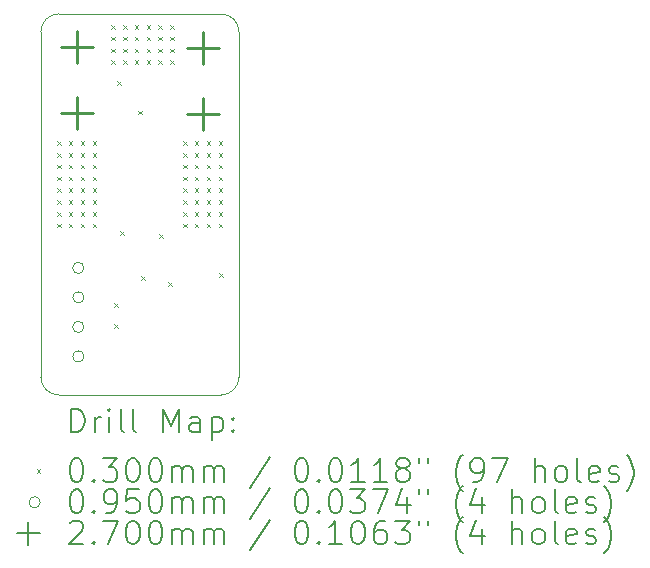
<source format=gbr>
%TF.GenerationSoftware,KiCad,Pcbnew,7.0.8*%
%TF.CreationDate,2024-04-19T19:22:34-04:00*%
%TF.ProjectId,PMB,504d422e-6b69-4636-9164-5f7063625858,rev?*%
%TF.SameCoordinates,Original*%
%TF.FileFunction,Drillmap*%
%TF.FilePolarity,Positive*%
%FSLAX45Y45*%
G04 Gerber Fmt 4.5, Leading zero omitted, Abs format (unit mm)*
G04 Created by KiCad (PCBNEW 7.0.8) date 2024-04-19 19:22:34*
%MOMM*%
%LPD*%
G01*
G04 APERTURE LIST*
%ADD10C,0.100000*%
%ADD11C,0.200000*%
%ADD12C,0.030000*%
%ADD13C,0.095000*%
%ADD14C,0.270000*%
G04 APERTURE END LIST*
D10*
X16385400Y-11150600D02*
G75*
G03*
X16535400Y-11000600I0J150000D01*
G01*
X16535400Y-8074800D02*
G75*
G03*
X16385400Y-7924800I-150000J0D01*
G01*
X16535400Y-8074800D02*
X16535400Y-11000600D01*
X14859000Y-11000600D02*
G75*
G03*
X15009000Y-11150600I150000J0D01*
G01*
X16385400Y-11150600D02*
X15009000Y-11150600D01*
X15009000Y-7924800D02*
G75*
G03*
X14859000Y-8074800I0J-150000D01*
G01*
X15009000Y-7924800D02*
X16385400Y-7924800D01*
X14859000Y-11000600D02*
X14859000Y-8074800D01*
D11*
D12*
X14996400Y-9002000D02*
X15026400Y-9032000D01*
X15026400Y-9002000D02*
X14996400Y-9032000D01*
X14996400Y-9102000D02*
X15026400Y-9132000D01*
X15026400Y-9102000D02*
X14996400Y-9132000D01*
X14996400Y-9202000D02*
X15026400Y-9232000D01*
X15026400Y-9202000D02*
X14996400Y-9232000D01*
X14996400Y-9302000D02*
X15026400Y-9332000D01*
X15026400Y-9302000D02*
X14996400Y-9332000D01*
X14996400Y-9402000D02*
X15026400Y-9432000D01*
X15026400Y-9402000D02*
X14996400Y-9432000D01*
X14996400Y-9502000D02*
X15026400Y-9532000D01*
X15026400Y-9502000D02*
X14996400Y-9532000D01*
X14996400Y-9602000D02*
X15026400Y-9632000D01*
X15026400Y-9602000D02*
X14996400Y-9632000D01*
X14996400Y-9702000D02*
X15026400Y-9732000D01*
X15026400Y-9702000D02*
X14996400Y-9732000D01*
X15096400Y-9002000D02*
X15126400Y-9032000D01*
X15126400Y-9002000D02*
X15096400Y-9032000D01*
X15096400Y-9102000D02*
X15126400Y-9132000D01*
X15126400Y-9102000D02*
X15096400Y-9132000D01*
X15096400Y-9202000D02*
X15126400Y-9232000D01*
X15126400Y-9202000D02*
X15096400Y-9232000D01*
X15096400Y-9302000D02*
X15126400Y-9332000D01*
X15126400Y-9302000D02*
X15096400Y-9332000D01*
X15096400Y-9402000D02*
X15126400Y-9432000D01*
X15126400Y-9402000D02*
X15096400Y-9432000D01*
X15096400Y-9502000D02*
X15126400Y-9532000D01*
X15126400Y-9502000D02*
X15096400Y-9532000D01*
X15096400Y-9602000D02*
X15126400Y-9632000D01*
X15126400Y-9602000D02*
X15096400Y-9632000D01*
X15096400Y-9702000D02*
X15126400Y-9732000D01*
X15126400Y-9702000D02*
X15096400Y-9732000D01*
X15196400Y-9002000D02*
X15226400Y-9032000D01*
X15226400Y-9002000D02*
X15196400Y-9032000D01*
X15196400Y-9102000D02*
X15226400Y-9132000D01*
X15226400Y-9102000D02*
X15196400Y-9132000D01*
X15196400Y-9202000D02*
X15226400Y-9232000D01*
X15226400Y-9202000D02*
X15196400Y-9232000D01*
X15196400Y-9302000D02*
X15226400Y-9332000D01*
X15226400Y-9302000D02*
X15196400Y-9332000D01*
X15196400Y-9402000D02*
X15226400Y-9432000D01*
X15226400Y-9402000D02*
X15196400Y-9432000D01*
X15196400Y-9502000D02*
X15226400Y-9532000D01*
X15226400Y-9502000D02*
X15196400Y-9532000D01*
X15196400Y-9602000D02*
X15226400Y-9632000D01*
X15226400Y-9602000D02*
X15196400Y-9632000D01*
X15196400Y-9702000D02*
X15226400Y-9732000D01*
X15226400Y-9702000D02*
X15196400Y-9732000D01*
X15296400Y-9002000D02*
X15326400Y-9032000D01*
X15326400Y-9002000D02*
X15296400Y-9032000D01*
X15296400Y-9102000D02*
X15326400Y-9132000D01*
X15326400Y-9102000D02*
X15296400Y-9132000D01*
X15296400Y-9202000D02*
X15326400Y-9232000D01*
X15326400Y-9202000D02*
X15296400Y-9232000D01*
X15296400Y-9302000D02*
X15326400Y-9332000D01*
X15326400Y-9302000D02*
X15296400Y-9332000D01*
X15296400Y-9402000D02*
X15326400Y-9432000D01*
X15326400Y-9402000D02*
X15296400Y-9432000D01*
X15296400Y-9502000D02*
X15326400Y-9532000D01*
X15326400Y-9502000D02*
X15296400Y-9532000D01*
X15296400Y-9602000D02*
X15326400Y-9632000D01*
X15326400Y-9602000D02*
X15296400Y-9632000D01*
X15296400Y-9702000D02*
X15326400Y-9732000D01*
X15326400Y-9702000D02*
X15296400Y-9732000D01*
X15454342Y-8018791D02*
X15484342Y-8048791D01*
X15484342Y-8018791D02*
X15454342Y-8048791D01*
X15454342Y-8118791D02*
X15484342Y-8148791D01*
X15484342Y-8118791D02*
X15454342Y-8148791D01*
X15454342Y-8218791D02*
X15484342Y-8248791D01*
X15484342Y-8218791D02*
X15454342Y-8248791D01*
X15454342Y-8318791D02*
X15484342Y-8348791D01*
X15484342Y-8318791D02*
X15454342Y-8348791D01*
X15479000Y-10373600D02*
X15509000Y-10403600D01*
X15509000Y-10373600D02*
X15479000Y-10403600D01*
X15479000Y-10551400D02*
X15509000Y-10581400D01*
X15509000Y-10551400D02*
X15479000Y-10581400D01*
X15504400Y-8494000D02*
X15534400Y-8524000D01*
X15534400Y-8494000D02*
X15504400Y-8524000D01*
X15529800Y-9764000D02*
X15559800Y-9794000D01*
X15559800Y-9764000D02*
X15529800Y-9794000D01*
X15554342Y-8018791D02*
X15584342Y-8048791D01*
X15584342Y-8018791D02*
X15554342Y-8048791D01*
X15554342Y-8118791D02*
X15584342Y-8148791D01*
X15584342Y-8118791D02*
X15554342Y-8148791D01*
X15554342Y-8218791D02*
X15584342Y-8248791D01*
X15584342Y-8218791D02*
X15554342Y-8248791D01*
X15554342Y-8318791D02*
X15584342Y-8348791D01*
X15584342Y-8318791D02*
X15554342Y-8348791D01*
X15654342Y-8018791D02*
X15684342Y-8048791D01*
X15684342Y-8018791D02*
X15654342Y-8048791D01*
X15654342Y-8118791D02*
X15684342Y-8148791D01*
X15684342Y-8118791D02*
X15654342Y-8148791D01*
X15654342Y-8218791D02*
X15684342Y-8248791D01*
X15684342Y-8218791D02*
X15654342Y-8248791D01*
X15654342Y-8318791D02*
X15684342Y-8348791D01*
X15684342Y-8318791D02*
X15654342Y-8348791D01*
X15682200Y-8745362D02*
X15712200Y-8775362D01*
X15712200Y-8745362D02*
X15682200Y-8775362D01*
X15707600Y-10145000D02*
X15737600Y-10175000D01*
X15737600Y-10145000D02*
X15707600Y-10175000D01*
X15754342Y-8018791D02*
X15784342Y-8048791D01*
X15784342Y-8018791D02*
X15754342Y-8048791D01*
X15754342Y-8118791D02*
X15784342Y-8148791D01*
X15784342Y-8118791D02*
X15754342Y-8148791D01*
X15754342Y-8218791D02*
X15784342Y-8248791D01*
X15784342Y-8218791D02*
X15754342Y-8248791D01*
X15754342Y-8318791D02*
X15784342Y-8348791D01*
X15784342Y-8318791D02*
X15754342Y-8348791D01*
X15854342Y-8018791D02*
X15884342Y-8048791D01*
X15884342Y-8018791D02*
X15854342Y-8048791D01*
X15854342Y-8118791D02*
X15884342Y-8148791D01*
X15884342Y-8118791D02*
X15854342Y-8148791D01*
X15854342Y-8218791D02*
X15884342Y-8248791D01*
X15884342Y-8218791D02*
X15854342Y-8248791D01*
X15854342Y-8318791D02*
X15884342Y-8348791D01*
X15884342Y-8318791D02*
X15854342Y-8348791D01*
X15860000Y-9789400D02*
X15890000Y-9819400D01*
X15890000Y-9789400D02*
X15860000Y-9819400D01*
X15936200Y-10195800D02*
X15966200Y-10225800D01*
X15966200Y-10195800D02*
X15936200Y-10225800D01*
X15954342Y-8018791D02*
X15984342Y-8048791D01*
X15984342Y-8018791D02*
X15954342Y-8048791D01*
X15954342Y-8118791D02*
X15984342Y-8148791D01*
X15984342Y-8118791D02*
X15954342Y-8148791D01*
X15954342Y-8218791D02*
X15984342Y-8248791D01*
X15984342Y-8218791D02*
X15954342Y-8248791D01*
X15954342Y-8318791D02*
X15984342Y-8348791D01*
X15984342Y-8318791D02*
X15954342Y-8348791D01*
X16063200Y-9002000D02*
X16093200Y-9032000D01*
X16093200Y-9002000D02*
X16063200Y-9032000D01*
X16063200Y-9102000D02*
X16093200Y-9132000D01*
X16093200Y-9102000D02*
X16063200Y-9132000D01*
X16063200Y-9202000D02*
X16093200Y-9232000D01*
X16093200Y-9202000D02*
X16063200Y-9232000D01*
X16063200Y-9302000D02*
X16093200Y-9332000D01*
X16093200Y-9302000D02*
X16063200Y-9332000D01*
X16063200Y-9402000D02*
X16093200Y-9432000D01*
X16093200Y-9402000D02*
X16063200Y-9432000D01*
X16063200Y-9502000D02*
X16093200Y-9532000D01*
X16093200Y-9502000D02*
X16063200Y-9532000D01*
X16063200Y-9602000D02*
X16093200Y-9632000D01*
X16093200Y-9602000D02*
X16063200Y-9632000D01*
X16063200Y-9702000D02*
X16093200Y-9732000D01*
X16093200Y-9702000D02*
X16063200Y-9732000D01*
X16163200Y-9002000D02*
X16193200Y-9032000D01*
X16193200Y-9002000D02*
X16163200Y-9032000D01*
X16163200Y-9102000D02*
X16193200Y-9132000D01*
X16193200Y-9102000D02*
X16163200Y-9132000D01*
X16163200Y-9202000D02*
X16193200Y-9232000D01*
X16193200Y-9202000D02*
X16163200Y-9232000D01*
X16163200Y-9302000D02*
X16193200Y-9332000D01*
X16193200Y-9302000D02*
X16163200Y-9332000D01*
X16163200Y-9402000D02*
X16193200Y-9432000D01*
X16193200Y-9402000D02*
X16163200Y-9432000D01*
X16163200Y-9502000D02*
X16193200Y-9532000D01*
X16193200Y-9502000D02*
X16163200Y-9532000D01*
X16163200Y-9602000D02*
X16193200Y-9632000D01*
X16193200Y-9602000D02*
X16163200Y-9632000D01*
X16163200Y-9702000D02*
X16193200Y-9732000D01*
X16193200Y-9702000D02*
X16163200Y-9732000D01*
X16263200Y-9002000D02*
X16293200Y-9032000D01*
X16293200Y-9002000D02*
X16263200Y-9032000D01*
X16263200Y-9102000D02*
X16293200Y-9132000D01*
X16293200Y-9102000D02*
X16263200Y-9132000D01*
X16263200Y-9202000D02*
X16293200Y-9232000D01*
X16293200Y-9202000D02*
X16263200Y-9232000D01*
X16263200Y-9302000D02*
X16293200Y-9332000D01*
X16293200Y-9302000D02*
X16263200Y-9332000D01*
X16263200Y-9402000D02*
X16293200Y-9432000D01*
X16293200Y-9402000D02*
X16263200Y-9432000D01*
X16263200Y-9502000D02*
X16293200Y-9532000D01*
X16293200Y-9502000D02*
X16263200Y-9532000D01*
X16263200Y-9602000D02*
X16293200Y-9632000D01*
X16293200Y-9602000D02*
X16263200Y-9632000D01*
X16263200Y-9702000D02*
X16293200Y-9732000D01*
X16293200Y-9702000D02*
X16263200Y-9732000D01*
X16363200Y-9002000D02*
X16393200Y-9032000D01*
X16393200Y-9002000D02*
X16363200Y-9032000D01*
X16363200Y-9102000D02*
X16393200Y-9132000D01*
X16393200Y-9102000D02*
X16363200Y-9132000D01*
X16363200Y-9202000D02*
X16393200Y-9232000D01*
X16393200Y-9202000D02*
X16363200Y-9232000D01*
X16363200Y-9302000D02*
X16393200Y-9332000D01*
X16393200Y-9302000D02*
X16363200Y-9332000D01*
X16363200Y-9402000D02*
X16393200Y-9432000D01*
X16393200Y-9402000D02*
X16363200Y-9432000D01*
X16363200Y-9502000D02*
X16393200Y-9532000D01*
X16393200Y-9502000D02*
X16363200Y-9532000D01*
X16363200Y-9602000D02*
X16393200Y-9632000D01*
X16393200Y-9602000D02*
X16363200Y-9632000D01*
X16363200Y-9702000D02*
X16393200Y-9732000D01*
X16393200Y-9702000D02*
X16363200Y-9732000D01*
X16368000Y-10119600D02*
X16398000Y-10149600D01*
X16398000Y-10119600D02*
X16368000Y-10149600D01*
D13*
X15223455Y-10074581D02*
G75*
G03*
X15223455Y-10074581I-47500J0D01*
G01*
X15223455Y-10324581D02*
G75*
G03*
X15223455Y-10324581I-47500J0D01*
G01*
X15223455Y-10574581D02*
G75*
G03*
X15223455Y-10574581I-47500J0D01*
G01*
X15223455Y-10824581D02*
G75*
G03*
X15223455Y-10824581I-47500J0D01*
G01*
D14*
X15163800Y-8069200D02*
X15163800Y-8339200D01*
X15028800Y-8204200D02*
X15298800Y-8204200D01*
X15163800Y-8628000D02*
X15163800Y-8898000D01*
X15028800Y-8763000D02*
X15298800Y-8763000D01*
X16230712Y-8075419D02*
X16230712Y-8345419D01*
X16095712Y-8210419D02*
X16365712Y-8210419D01*
X16230712Y-8634219D02*
X16230712Y-8904219D01*
X16095712Y-8769219D02*
X16365712Y-8769219D01*
D11*
X15114777Y-11467084D02*
X15114777Y-11267084D01*
X15114777Y-11267084D02*
X15162396Y-11267084D01*
X15162396Y-11267084D02*
X15190967Y-11276608D01*
X15190967Y-11276608D02*
X15210015Y-11295655D01*
X15210015Y-11295655D02*
X15219539Y-11314703D01*
X15219539Y-11314703D02*
X15229062Y-11352798D01*
X15229062Y-11352798D02*
X15229062Y-11381369D01*
X15229062Y-11381369D02*
X15219539Y-11419465D01*
X15219539Y-11419465D02*
X15210015Y-11438512D01*
X15210015Y-11438512D02*
X15190967Y-11457560D01*
X15190967Y-11457560D02*
X15162396Y-11467084D01*
X15162396Y-11467084D02*
X15114777Y-11467084D01*
X15314777Y-11467084D02*
X15314777Y-11333750D01*
X15314777Y-11371846D02*
X15324301Y-11352798D01*
X15324301Y-11352798D02*
X15333824Y-11343274D01*
X15333824Y-11343274D02*
X15352872Y-11333750D01*
X15352872Y-11333750D02*
X15371920Y-11333750D01*
X15438586Y-11467084D02*
X15438586Y-11333750D01*
X15438586Y-11267084D02*
X15429062Y-11276608D01*
X15429062Y-11276608D02*
X15438586Y-11286131D01*
X15438586Y-11286131D02*
X15448110Y-11276608D01*
X15448110Y-11276608D02*
X15438586Y-11267084D01*
X15438586Y-11267084D02*
X15438586Y-11286131D01*
X15562396Y-11467084D02*
X15543348Y-11457560D01*
X15543348Y-11457560D02*
X15533824Y-11438512D01*
X15533824Y-11438512D02*
X15533824Y-11267084D01*
X15667158Y-11467084D02*
X15648110Y-11457560D01*
X15648110Y-11457560D02*
X15638586Y-11438512D01*
X15638586Y-11438512D02*
X15638586Y-11267084D01*
X15895729Y-11467084D02*
X15895729Y-11267084D01*
X15895729Y-11267084D02*
X15962396Y-11409941D01*
X15962396Y-11409941D02*
X16029062Y-11267084D01*
X16029062Y-11267084D02*
X16029062Y-11467084D01*
X16210015Y-11467084D02*
X16210015Y-11362322D01*
X16210015Y-11362322D02*
X16200491Y-11343274D01*
X16200491Y-11343274D02*
X16181443Y-11333750D01*
X16181443Y-11333750D02*
X16143348Y-11333750D01*
X16143348Y-11333750D02*
X16124301Y-11343274D01*
X16210015Y-11457560D02*
X16190967Y-11467084D01*
X16190967Y-11467084D02*
X16143348Y-11467084D01*
X16143348Y-11467084D02*
X16124301Y-11457560D01*
X16124301Y-11457560D02*
X16114777Y-11438512D01*
X16114777Y-11438512D02*
X16114777Y-11419465D01*
X16114777Y-11419465D02*
X16124301Y-11400417D01*
X16124301Y-11400417D02*
X16143348Y-11390893D01*
X16143348Y-11390893D02*
X16190967Y-11390893D01*
X16190967Y-11390893D02*
X16210015Y-11381369D01*
X16305253Y-11333750D02*
X16305253Y-11533750D01*
X16305253Y-11343274D02*
X16324301Y-11333750D01*
X16324301Y-11333750D02*
X16362396Y-11333750D01*
X16362396Y-11333750D02*
X16381443Y-11343274D01*
X16381443Y-11343274D02*
X16390967Y-11352798D01*
X16390967Y-11352798D02*
X16400491Y-11371846D01*
X16400491Y-11371846D02*
X16400491Y-11428988D01*
X16400491Y-11428988D02*
X16390967Y-11448036D01*
X16390967Y-11448036D02*
X16381443Y-11457560D01*
X16381443Y-11457560D02*
X16362396Y-11467084D01*
X16362396Y-11467084D02*
X16324301Y-11467084D01*
X16324301Y-11467084D02*
X16305253Y-11457560D01*
X16486205Y-11448036D02*
X16495729Y-11457560D01*
X16495729Y-11457560D02*
X16486205Y-11467084D01*
X16486205Y-11467084D02*
X16476682Y-11457560D01*
X16476682Y-11457560D02*
X16486205Y-11448036D01*
X16486205Y-11448036D02*
X16486205Y-11467084D01*
X16486205Y-11343274D02*
X16495729Y-11352798D01*
X16495729Y-11352798D02*
X16486205Y-11362322D01*
X16486205Y-11362322D02*
X16476682Y-11352798D01*
X16476682Y-11352798D02*
X16486205Y-11343274D01*
X16486205Y-11343274D02*
X16486205Y-11362322D01*
D12*
X14824000Y-11780600D02*
X14854000Y-11810600D01*
X14854000Y-11780600D02*
X14824000Y-11810600D01*
D11*
X15152872Y-11687084D02*
X15171920Y-11687084D01*
X15171920Y-11687084D02*
X15190967Y-11696608D01*
X15190967Y-11696608D02*
X15200491Y-11706131D01*
X15200491Y-11706131D02*
X15210015Y-11725179D01*
X15210015Y-11725179D02*
X15219539Y-11763274D01*
X15219539Y-11763274D02*
X15219539Y-11810893D01*
X15219539Y-11810893D02*
X15210015Y-11848988D01*
X15210015Y-11848988D02*
X15200491Y-11868036D01*
X15200491Y-11868036D02*
X15190967Y-11877560D01*
X15190967Y-11877560D02*
X15171920Y-11887084D01*
X15171920Y-11887084D02*
X15152872Y-11887084D01*
X15152872Y-11887084D02*
X15133824Y-11877560D01*
X15133824Y-11877560D02*
X15124301Y-11868036D01*
X15124301Y-11868036D02*
X15114777Y-11848988D01*
X15114777Y-11848988D02*
X15105253Y-11810893D01*
X15105253Y-11810893D02*
X15105253Y-11763274D01*
X15105253Y-11763274D02*
X15114777Y-11725179D01*
X15114777Y-11725179D02*
X15124301Y-11706131D01*
X15124301Y-11706131D02*
X15133824Y-11696608D01*
X15133824Y-11696608D02*
X15152872Y-11687084D01*
X15305253Y-11868036D02*
X15314777Y-11877560D01*
X15314777Y-11877560D02*
X15305253Y-11887084D01*
X15305253Y-11887084D02*
X15295729Y-11877560D01*
X15295729Y-11877560D02*
X15305253Y-11868036D01*
X15305253Y-11868036D02*
X15305253Y-11887084D01*
X15381443Y-11687084D02*
X15505253Y-11687084D01*
X15505253Y-11687084D02*
X15438586Y-11763274D01*
X15438586Y-11763274D02*
X15467158Y-11763274D01*
X15467158Y-11763274D02*
X15486205Y-11772798D01*
X15486205Y-11772798D02*
X15495729Y-11782322D01*
X15495729Y-11782322D02*
X15505253Y-11801369D01*
X15505253Y-11801369D02*
X15505253Y-11848988D01*
X15505253Y-11848988D02*
X15495729Y-11868036D01*
X15495729Y-11868036D02*
X15486205Y-11877560D01*
X15486205Y-11877560D02*
X15467158Y-11887084D01*
X15467158Y-11887084D02*
X15410015Y-11887084D01*
X15410015Y-11887084D02*
X15390967Y-11877560D01*
X15390967Y-11877560D02*
X15381443Y-11868036D01*
X15629062Y-11687084D02*
X15648110Y-11687084D01*
X15648110Y-11687084D02*
X15667158Y-11696608D01*
X15667158Y-11696608D02*
X15676682Y-11706131D01*
X15676682Y-11706131D02*
X15686205Y-11725179D01*
X15686205Y-11725179D02*
X15695729Y-11763274D01*
X15695729Y-11763274D02*
X15695729Y-11810893D01*
X15695729Y-11810893D02*
X15686205Y-11848988D01*
X15686205Y-11848988D02*
X15676682Y-11868036D01*
X15676682Y-11868036D02*
X15667158Y-11877560D01*
X15667158Y-11877560D02*
X15648110Y-11887084D01*
X15648110Y-11887084D02*
X15629062Y-11887084D01*
X15629062Y-11887084D02*
X15610015Y-11877560D01*
X15610015Y-11877560D02*
X15600491Y-11868036D01*
X15600491Y-11868036D02*
X15590967Y-11848988D01*
X15590967Y-11848988D02*
X15581443Y-11810893D01*
X15581443Y-11810893D02*
X15581443Y-11763274D01*
X15581443Y-11763274D02*
X15590967Y-11725179D01*
X15590967Y-11725179D02*
X15600491Y-11706131D01*
X15600491Y-11706131D02*
X15610015Y-11696608D01*
X15610015Y-11696608D02*
X15629062Y-11687084D01*
X15819539Y-11687084D02*
X15838586Y-11687084D01*
X15838586Y-11687084D02*
X15857634Y-11696608D01*
X15857634Y-11696608D02*
X15867158Y-11706131D01*
X15867158Y-11706131D02*
X15876682Y-11725179D01*
X15876682Y-11725179D02*
X15886205Y-11763274D01*
X15886205Y-11763274D02*
X15886205Y-11810893D01*
X15886205Y-11810893D02*
X15876682Y-11848988D01*
X15876682Y-11848988D02*
X15867158Y-11868036D01*
X15867158Y-11868036D02*
X15857634Y-11877560D01*
X15857634Y-11877560D02*
X15838586Y-11887084D01*
X15838586Y-11887084D02*
X15819539Y-11887084D01*
X15819539Y-11887084D02*
X15800491Y-11877560D01*
X15800491Y-11877560D02*
X15790967Y-11868036D01*
X15790967Y-11868036D02*
X15781443Y-11848988D01*
X15781443Y-11848988D02*
X15771920Y-11810893D01*
X15771920Y-11810893D02*
X15771920Y-11763274D01*
X15771920Y-11763274D02*
X15781443Y-11725179D01*
X15781443Y-11725179D02*
X15790967Y-11706131D01*
X15790967Y-11706131D02*
X15800491Y-11696608D01*
X15800491Y-11696608D02*
X15819539Y-11687084D01*
X15971920Y-11887084D02*
X15971920Y-11753750D01*
X15971920Y-11772798D02*
X15981443Y-11763274D01*
X15981443Y-11763274D02*
X16000491Y-11753750D01*
X16000491Y-11753750D02*
X16029063Y-11753750D01*
X16029063Y-11753750D02*
X16048110Y-11763274D01*
X16048110Y-11763274D02*
X16057634Y-11782322D01*
X16057634Y-11782322D02*
X16057634Y-11887084D01*
X16057634Y-11782322D02*
X16067158Y-11763274D01*
X16067158Y-11763274D02*
X16086205Y-11753750D01*
X16086205Y-11753750D02*
X16114777Y-11753750D01*
X16114777Y-11753750D02*
X16133824Y-11763274D01*
X16133824Y-11763274D02*
X16143348Y-11782322D01*
X16143348Y-11782322D02*
X16143348Y-11887084D01*
X16238586Y-11887084D02*
X16238586Y-11753750D01*
X16238586Y-11772798D02*
X16248110Y-11763274D01*
X16248110Y-11763274D02*
X16267158Y-11753750D01*
X16267158Y-11753750D02*
X16295729Y-11753750D01*
X16295729Y-11753750D02*
X16314777Y-11763274D01*
X16314777Y-11763274D02*
X16324301Y-11782322D01*
X16324301Y-11782322D02*
X16324301Y-11887084D01*
X16324301Y-11782322D02*
X16333824Y-11763274D01*
X16333824Y-11763274D02*
X16352872Y-11753750D01*
X16352872Y-11753750D02*
X16381443Y-11753750D01*
X16381443Y-11753750D02*
X16400491Y-11763274D01*
X16400491Y-11763274D02*
X16410015Y-11782322D01*
X16410015Y-11782322D02*
X16410015Y-11887084D01*
X16800491Y-11677560D02*
X16629063Y-11934703D01*
X17057634Y-11687084D02*
X17076682Y-11687084D01*
X17076682Y-11687084D02*
X17095729Y-11696608D01*
X17095729Y-11696608D02*
X17105253Y-11706131D01*
X17105253Y-11706131D02*
X17114777Y-11725179D01*
X17114777Y-11725179D02*
X17124301Y-11763274D01*
X17124301Y-11763274D02*
X17124301Y-11810893D01*
X17124301Y-11810893D02*
X17114777Y-11848988D01*
X17114777Y-11848988D02*
X17105253Y-11868036D01*
X17105253Y-11868036D02*
X17095729Y-11877560D01*
X17095729Y-11877560D02*
X17076682Y-11887084D01*
X17076682Y-11887084D02*
X17057634Y-11887084D01*
X17057634Y-11887084D02*
X17038587Y-11877560D01*
X17038587Y-11877560D02*
X17029063Y-11868036D01*
X17029063Y-11868036D02*
X17019539Y-11848988D01*
X17019539Y-11848988D02*
X17010015Y-11810893D01*
X17010015Y-11810893D02*
X17010015Y-11763274D01*
X17010015Y-11763274D02*
X17019539Y-11725179D01*
X17019539Y-11725179D02*
X17029063Y-11706131D01*
X17029063Y-11706131D02*
X17038587Y-11696608D01*
X17038587Y-11696608D02*
X17057634Y-11687084D01*
X17210015Y-11868036D02*
X17219539Y-11877560D01*
X17219539Y-11877560D02*
X17210015Y-11887084D01*
X17210015Y-11887084D02*
X17200491Y-11877560D01*
X17200491Y-11877560D02*
X17210015Y-11868036D01*
X17210015Y-11868036D02*
X17210015Y-11887084D01*
X17343348Y-11687084D02*
X17362396Y-11687084D01*
X17362396Y-11687084D02*
X17381444Y-11696608D01*
X17381444Y-11696608D02*
X17390968Y-11706131D01*
X17390968Y-11706131D02*
X17400491Y-11725179D01*
X17400491Y-11725179D02*
X17410015Y-11763274D01*
X17410015Y-11763274D02*
X17410015Y-11810893D01*
X17410015Y-11810893D02*
X17400491Y-11848988D01*
X17400491Y-11848988D02*
X17390968Y-11868036D01*
X17390968Y-11868036D02*
X17381444Y-11877560D01*
X17381444Y-11877560D02*
X17362396Y-11887084D01*
X17362396Y-11887084D02*
X17343348Y-11887084D01*
X17343348Y-11887084D02*
X17324301Y-11877560D01*
X17324301Y-11877560D02*
X17314777Y-11868036D01*
X17314777Y-11868036D02*
X17305253Y-11848988D01*
X17305253Y-11848988D02*
X17295729Y-11810893D01*
X17295729Y-11810893D02*
X17295729Y-11763274D01*
X17295729Y-11763274D02*
X17305253Y-11725179D01*
X17305253Y-11725179D02*
X17314777Y-11706131D01*
X17314777Y-11706131D02*
X17324301Y-11696608D01*
X17324301Y-11696608D02*
X17343348Y-11687084D01*
X17600491Y-11887084D02*
X17486206Y-11887084D01*
X17543348Y-11887084D02*
X17543348Y-11687084D01*
X17543348Y-11687084D02*
X17524301Y-11715655D01*
X17524301Y-11715655D02*
X17505253Y-11734703D01*
X17505253Y-11734703D02*
X17486206Y-11744227D01*
X17790968Y-11887084D02*
X17676682Y-11887084D01*
X17733825Y-11887084D02*
X17733825Y-11687084D01*
X17733825Y-11687084D02*
X17714777Y-11715655D01*
X17714777Y-11715655D02*
X17695729Y-11734703D01*
X17695729Y-11734703D02*
X17676682Y-11744227D01*
X17905253Y-11772798D02*
X17886206Y-11763274D01*
X17886206Y-11763274D02*
X17876682Y-11753750D01*
X17876682Y-11753750D02*
X17867158Y-11734703D01*
X17867158Y-11734703D02*
X17867158Y-11725179D01*
X17867158Y-11725179D02*
X17876682Y-11706131D01*
X17876682Y-11706131D02*
X17886206Y-11696608D01*
X17886206Y-11696608D02*
X17905253Y-11687084D01*
X17905253Y-11687084D02*
X17943349Y-11687084D01*
X17943349Y-11687084D02*
X17962396Y-11696608D01*
X17962396Y-11696608D02*
X17971920Y-11706131D01*
X17971920Y-11706131D02*
X17981444Y-11725179D01*
X17981444Y-11725179D02*
X17981444Y-11734703D01*
X17981444Y-11734703D02*
X17971920Y-11753750D01*
X17971920Y-11753750D02*
X17962396Y-11763274D01*
X17962396Y-11763274D02*
X17943349Y-11772798D01*
X17943349Y-11772798D02*
X17905253Y-11772798D01*
X17905253Y-11772798D02*
X17886206Y-11782322D01*
X17886206Y-11782322D02*
X17876682Y-11791846D01*
X17876682Y-11791846D02*
X17867158Y-11810893D01*
X17867158Y-11810893D02*
X17867158Y-11848988D01*
X17867158Y-11848988D02*
X17876682Y-11868036D01*
X17876682Y-11868036D02*
X17886206Y-11877560D01*
X17886206Y-11877560D02*
X17905253Y-11887084D01*
X17905253Y-11887084D02*
X17943349Y-11887084D01*
X17943349Y-11887084D02*
X17962396Y-11877560D01*
X17962396Y-11877560D02*
X17971920Y-11868036D01*
X17971920Y-11868036D02*
X17981444Y-11848988D01*
X17981444Y-11848988D02*
X17981444Y-11810893D01*
X17981444Y-11810893D02*
X17971920Y-11791846D01*
X17971920Y-11791846D02*
X17962396Y-11782322D01*
X17962396Y-11782322D02*
X17943349Y-11772798D01*
X18057634Y-11687084D02*
X18057634Y-11725179D01*
X18133825Y-11687084D02*
X18133825Y-11725179D01*
X18429063Y-11963274D02*
X18419539Y-11953750D01*
X18419539Y-11953750D02*
X18400491Y-11925179D01*
X18400491Y-11925179D02*
X18390968Y-11906131D01*
X18390968Y-11906131D02*
X18381444Y-11877560D01*
X18381444Y-11877560D02*
X18371920Y-11829941D01*
X18371920Y-11829941D02*
X18371920Y-11791846D01*
X18371920Y-11791846D02*
X18381444Y-11744227D01*
X18381444Y-11744227D02*
X18390968Y-11715655D01*
X18390968Y-11715655D02*
X18400491Y-11696608D01*
X18400491Y-11696608D02*
X18419539Y-11668036D01*
X18419539Y-11668036D02*
X18429063Y-11658512D01*
X18514777Y-11887084D02*
X18552872Y-11887084D01*
X18552872Y-11887084D02*
X18571920Y-11877560D01*
X18571920Y-11877560D02*
X18581444Y-11868036D01*
X18581444Y-11868036D02*
X18600491Y-11839465D01*
X18600491Y-11839465D02*
X18610015Y-11801369D01*
X18610015Y-11801369D02*
X18610015Y-11725179D01*
X18610015Y-11725179D02*
X18600491Y-11706131D01*
X18600491Y-11706131D02*
X18590968Y-11696608D01*
X18590968Y-11696608D02*
X18571920Y-11687084D01*
X18571920Y-11687084D02*
X18533825Y-11687084D01*
X18533825Y-11687084D02*
X18514777Y-11696608D01*
X18514777Y-11696608D02*
X18505253Y-11706131D01*
X18505253Y-11706131D02*
X18495730Y-11725179D01*
X18495730Y-11725179D02*
X18495730Y-11772798D01*
X18495730Y-11772798D02*
X18505253Y-11791846D01*
X18505253Y-11791846D02*
X18514777Y-11801369D01*
X18514777Y-11801369D02*
X18533825Y-11810893D01*
X18533825Y-11810893D02*
X18571920Y-11810893D01*
X18571920Y-11810893D02*
X18590968Y-11801369D01*
X18590968Y-11801369D02*
X18600491Y-11791846D01*
X18600491Y-11791846D02*
X18610015Y-11772798D01*
X18676682Y-11687084D02*
X18810015Y-11687084D01*
X18810015Y-11687084D02*
X18724301Y-11887084D01*
X19038587Y-11887084D02*
X19038587Y-11687084D01*
X19124301Y-11887084D02*
X19124301Y-11782322D01*
X19124301Y-11782322D02*
X19114777Y-11763274D01*
X19114777Y-11763274D02*
X19095730Y-11753750D01*
X19095730Y-11753750D02*
X19067158Y-11753750D01*
X19067158Y-11753750D02*
X19048111Y-11763274D01*
X19048111Y-11763274D02*
X19038587Y-11772798D01*
X19248111Y-11887084D02*
X19229063Y-11877560D01*
X19229063Y-11877560D02*
X19219539Y-11868036D01*
X19219539Y-11868036D02*
X19210015Y-11848988D01*
X19210015Y-11848988D02*
X19210015Y-11791846D01*
X19210015Y-11791846D02*
X19219539Y-11772798D01*
X19219539Y-11772798D02*
X19229063Y-11763274D01*
X19229063Y-11763274D02*
X19248111Y-11753750D01*
X19248111Y-11753750D02*
X19276682Y-11753750D01*
X19276682Y-11753750D02*
X19295730Y-11763274D01*
X19295730Y-11763274D02*
X19305253Y-11772798D01*
X19305253Y-11772798D02*
X19314777Y-11791846D01*
X19314777Y-11791846D02*
X19314777Y-11848988D01*
X19314777Y-11848988D02*
X19305253Y-11868036D01*
X19305253Y-11868036D02*
X19295730Y-11877560D01*
X19295730Y-11877560D02*
X19276682Y-11887084D01*
X19276682Y-11887084D02*
X19248111Y-11887084D01*
X19429063Y-11887084D02*
X19410015Y-11877560D01*
X19410015Y-11877560D02*
X19400492Y-11858512D01*
X19400492Y-11858512D02*
X19400492Y-11687084D01*
X19581444Y-11877560D02*
X19562396Y-11887084D01*
X19562396Y-11887084D02*
X19524301Y-11887084D01*
X19524301Y-11887084D02*
X19505253Y-11877560D01*
X19505253Y-11877560D02*
X19495730Y-11858512D01*
X19495730Y-11858512D02*
X19495730Y-11782322D01*
X19495730Y-11782322D02*
X19505253Y-11763274D01*
X19505253Y-11763274D02*
X19524301Y-11753750D01*
X19524301Y-11753750D02*
X19562396Y-11753750D01*
X19562396Y-11753750D02*
X19581444Y-11763274D01*
X19581444Y-11763274D02*
X19590968Y-11782322D01*
X19590968Y-11782322D02*
X19590968Y-11801369D01*
X19590968Y-11801369D02*
X19495730Y-11820417D01*
X19667158Y-11877560D02*
X19686206Y-11887084D01*
X19686206Y-11887084D02*
X19724301Y-11887084D01*
X19724301Y-11887084D02*
X19743349Y-11877560D01*
X19743349Y-11877560D02*
X19752873Y-11858512D01*
X19752873Y-11858512D02*
X19752873Y-11848988D01*
X19752873Y-11848988D02*
X19743349Y-11829941D01*
X19743349Y-11829941D02*
X19724301Y-11820417D01*
X19724301Y-11820417D02*
X19695730Y-11820417D01*
X19695730Y-11820417D02*
X19676682Y-11810893D01*
X19676682Y-11810893D02*
X19667158Y-11791846D01*
X19667158Y-11791846D02*
X19667158Y-11782322D01*
X19667158Y-11782322D02*
X19676682Y-11763274D01*
X19676682Y-11763274D02*
X19695730Y-11753750D01*
X19695730Y-11753750D02*
X19724301Y-11753750D01*
X19724301Y-11753750D02*
X19743349Y-11763274D01*
X19819539Y-11963274D02*
X19829063Y-11953750D01*
X19829063Y-11953750D02*
X19848111Y-11925179D01*
X19848111Y-11925179D02*
X19857634Y-11906131D01*
X19857634Y-11906131D02*
X19867158Y-11877560D01*
X19867158Y-11877560D02*
X19876682Y-11829941D01*
X19876682Y-11829941D02*
X19876682Y-11791846D01*
X19876682Y-11791846D02*
X19867158Y-11744227D01*
X19867158Y-11744227D02*
X19857634Y-11715655D01*
X19857634Y-11715655D02*
X19848111Y-11696608D01*
X19848111Y-11696608D02*
X19829063Y-11668036D01*
X19829063Y-11668036D02*
X19819539Y-11658512D01*
D13*
X14854000Y-12059600D02*
G75*
G03*
X14854000Y-12059600I-47500J0D01*
G01*
D11*
X15152872Y-11951084D02*
X15171920Y-11951084D01*
X15171920Y-11951084D02*
X15190967Y-11960608D01*
X15190967Y-11960608D02*
X15200491Y-11970131D01*
X15200491Y-11970131D02*
X15210015Y-11989179D01*
X15210015Y-11989179D02*
X15219539Y-12027274D01*
X15219539Y-12027274D02*
X15219539Y-12074893D01*
X15219539Y-12074893D02*
X15210015Y-12112988D01*
X15210015Y-12112988D02*
X15200491Y-12132036D01*
X15200491Y-12132036D02*
X15190967Y-12141560D01*
X15190967Y-12141560D02*
X15171920Y-12151084D01*
X15171920Y-12151084D02*
X15152872Y-12151084D01*
X15152872Y-12151084D02*
X15133824Y-12141560D01*
X15133824Y-12141560D02*
X15124301Y-12132036D01*
X15124301Y-12132036D02*
X15114777Y-12112988D01*
X15114777Y-12112988D02*
X15105253Y-12074893D01*
X15105253Y-12074893D02*
X15105253Y-12027274D01*
X15105253Y-12027274D02*
X15114777Y-11989179D01*
X15114777Y-11989179D02*
X15124301Y-11970131D01*
X15124301Y-11970131D02*
X15133824Y-11960608D01*
X15133824Y-11960608D02*
X15152872Y-11951084D01*
X15305253Y-12132036D02*
X15314777Y-12141560D01*
X15314777Y-12141560D02*
X15305253Y-12151084D01*
X15305253Y-12151084D02*
X15295729Y-12141560D01*
X15295729Y-12141560D02*
X15305253Y-12132036D01*
X15305253Y-12132036D02*
X15305253Y-12151084D01*
X15410015Y-12151084D02*
X15448110Y-12151084D01*
X15448110Y-12151084D02*
X15467158Y-12141560D01*
X15467158Y-12141560D02*
X15476682Y-12132036D01*
X15476682Y-12132036D02*
X15495729Y-12103465D01*
X15495729Y-12103465D02*
X15505253Y-12065369D01*
X15505253Y-12065369D02*
X15505253Y-11989179D01*
X15505253Y-11989179D02*
X15495729Y-11970131D01*
X15495729Y-11970131D02*
X15486205Y-11960608D01*
X15486205Y-11960608D02*
X15467158Y-11951084D01*
X15467158Y-11951084D02*
X15429062Y-11951084D01*
X15429062Y-11951084D02*
X15410015Y-11960608D01*
X15410015Y-11960608D02*
X15400491Y-11970131D01*
X15400491Y-11970131D02*
X15390967Y-11989179D01*
X15390967Y-11989179D02*
X15390967Y-12036798D01*
X15390967Y-12036798D02*
X15400491Y-12055846D01*
X15400491Y-12055846D02*
X15410015Y-12065369D01*
X15410015Y-12065369D02*
X15429062Y-12074893D01*
X15429062Y-12074893D02*
X15467158Y-12074893D01*
X15467158Y-12074893D02*
X15486205Y-12065369D01*
X15486205Y-12065369D02*
X15495729Y-12055846D01*
X15495729Y-12055846D02*
X15505253Y-12036798D01*
X15686205Y-11951084D02*
X15590967Y-11951084D01*
X15590967Y-11951084D02*
X15581443Y-12046322D01*
X15581443Y-12046322D02*
X15590967Y-12036798D01*
X15590967Y-12036798D02*
X15610015Y-12027274D01*
X15610015Y-12027274D02*
X15657634Y-12027274D01*
X15657634Y-12027274D02*
X15676682Y-12036798D01*
X15676682Y-12036798D02*
X15686205Y-12046322D01*
X15686205Y-12046322D02*
X15695729Y-12065369D01*
X15695729Y-12065369D02*
X15695729Y-12112988D01*
X15695729Y-12112988D02*
X15686205Y-12132036D01*
X15686205Y-12132036D02*
X15676682Y-12141560D01*
X15676682Y-12141560D02*
X15657634Y-12151084D01*
X15657634Y-12151084D02*
X15610015Y-12151084D01*
X15610015Y-12151084D02*
X15590967Y-12141560D01*
X15590967Y-12141560D02*
X15581443Y-12132036D01*
X15819539Y-11951084D02*
X15838586Y-11951084D01*
X15838586Y-11951084D02*
X15857634Y-11960608D01*
X15857634Y-11960608D02*
X15867158Y-11970131D01*
X15867158Y-11970131D02*
X15876682Y-11989179D01*
X15876682Y-11989179D02*
X15886205Y-12027274D01*
X15886205Y-12027274D02*
X15886205Y-12074893D01*
X15886205Y-12074893D02*
X15876682Y-12112988D01*
X15876682Y-12112988D02*
X15867158Y-12132036D01*
X15867158Y-12132036D02*
X15857634Y-12141560D01*
X15857634Y-12141560D02*
X15838586Y-12151084D01*
X15838586Y-12151084D02*
X15819539Y-12151084D01*
X15819539Y-12151084D02*
X15800491Y-12141560D01*
X15800491Y-12141560D02*
X15790967Y-12132036D01*
X15790967Y-12132036D02*
X15781443Y-12112988D01*
X15781443Y-12112988D02*
X15771920Y-12074893D01*
X15771920Y-12074893D02*
X15771920Y-12027274D01*
X15771920Y-12027274D02*
X15781443Y-11989179D01*
X15781443Y-11989179D02*
X15790967Y-11970131D01*
X15790967Y-11970131D02*
X15800491Y-11960608D01*
X15800491Y-11960608D02*
X15819539Y-11951084D01*
X15971920Y-12151084D02*
X15971920Y-12017750D01*
X15971920Y-12036798D02*
X15981443Y-12027274D01*
X15981443Y-12027274D02*
X16000491Y-12017750D01*
X16000491Y-12017750D02*
X16029063Y-12017750D01*
X16029063Y-12017750D02*
X16048110Y-12027274D01*
X16048110Y-12027274D02*
X16057634Y-12046322D01*
X16057634Y-12046322D02*
X16057634Y-12151084D01*
X16057634Y-12046322D02*
X16067158Y-12027274D01*
X16067158Y-12027274D02*
X16086205Y-12017750D01*
X16086205Y-12017750D02*
X16114777Y-12017750D01*
X16114777Y-12017750D02*
X16133824Y-12027274D01*
X16133824Y-12027274D02*
X16143348Y-12046322D01*
X16143348Y-12046322D02*
X16143348Y-12151084D01*
X16238586Y-12151084D02*
X16238586Y-12017750D01*
X16238586Y-12036798D02*
X16248110Y-12027274D01*
X16248110Y-12027274D02*
X16267158Y-12017750D01*
X16267158Y-12017750D02*
X16295729Y-12017750D01*
X16295729Y-12017750D02*
X16314777Y-12027274D01*
X16314777Y-12027274D02*
X16324301Y-12046322D01*
X16324301Y-12046322D02*
X16324301Y-12151084D01*
X16324301Y-12046322D02*
X16333824Y-12027274D01*
X16333824Y-12027274D02*
X16352872Y-12017750D01*
X16352872Y-12017750D02*
X16381443Y-12017750D01*
X16381443Y-12017750D02*
X16400491Y-12027274D01*
X16400491Y-12027274D02*
X16410015Y-12046322D01*
X16410015Y-12046322D02*
X16410015Y-12151084D01*
X16800491Y-11941560D02*
X16629063Y-12198703D01*
X17057634Y-11951084D02*
X17076682Y-11951084D01*
X17076682Y-11951084D02*
X17095729Y-11960608D01*
X17095729Y-11960608D02*
X17105253Y-11970131D01*
X17105253Y-11970131D02*
X17114777Y-11989179D01*
X17114777Y-11989179D02*
X17124301Y-12027274D01*
X17124301Y-12027274D02*
X17124301Y-12074893D01*
X17124301Y-12074893D02*
X17114777Y-12112988D01*
X17114777Y-12112988D02*
X17105253Y-12132036D01*
X17105253Y-12132036D02*
X17095729Y-12141560D01*
X17095729Y-12141560D02*
X17076682Y-12151084D01*
X17076682Y-12151084D02*
X17057634Y-12151084D01*
X17057634Y-12151084D02*
X17038587Y-12141560D01*
X17038587Y-12141560D02*
X17029063Y-12132036D01*
X17029063Y-12132036D02*
X17019539Y-12112988D01*
X17019539Y-12112988D02*
X17010015Y-12074893D01*
X17010015Y-12074893D02*
X17010015Y-12027274D01*
X17010015Y-12027274D02*
X17019539Y-11989179D01*
X17019539Y-11989179D02*
X17029063Y-11970131D01*
X17029063Y-11970131D02*
X17038587Y-11960608D01*
X17038587Y-11960608D02*
X17057634Y-11951084D01*
X17210015Y-12132036D02*
X17219539Y-12141560D01*
X17219539Y-12141560D02*
X17210015Y-12151084D01*
X17210015Y-12151084D02*
X17200491Y-12141560D01*
X17200491Y-12141560D02*
X17210015Y-12132036D01*
X17210015Y-12132036D02*
X17210015Y-12151084D01*
X17343348Y-11951084D02*
X17362396Y-11951084D01*
X17362396Y-11951084D02*
X17381444Y-11960608D01*
X17381444Y-11960608D02*
X17390968Y-11970131D01*
X17390968Y-11970131D02*
X17400491Y-11989179D01*
X17400491Y-11989179D02*
X17410015Y-12027274D01*
X17410015Y-12027274D02*
X17410015Y-12074893D01*
X17410015Y-12074893D02*
X17400491Y-12112988D01*
X17400491Y-12112988D02*
X17390968Y-12132036D01*
X17390968Y-12132036D02*
X17381444Y-12141560D01*
X17381444Y-12141560D02*
X17362396Y-12151084D01*
X17362396Y-12151084D02*
X17343348Y-12151084D01*
X17343348Y-12151084D02*
X17324301Y-12141560D01*
X17324301Y-12141560D02*
X17314777Y-12132036D01*
X17314777Y-12132036D02*
X17305253Y-12112988D01*
X17305253Y-12112988D02*
X17295729Y-12074893D01*
X17295729Y-12074893D02*
X17295729Y-12027274D01*
X17295729Y-12027274D02*
X17305253Y-11989179D01*
X17305253Y-11989179D02*
X17314777Y-11970131D01*
X17314777Y-11970131D02*
X17324301Y-11960608D01*
X17324301Y-11960608D02*
X17343348Y-11951084D01*
X17476682Y-11951084D02*
X17600491Y-11951084D01*
X17600491Y-11951084D02*
X17533825Y-12027274D01*
X17533825Y-12027274D02*
X17562396Y-12027274D01*
X17562396Y-12027274D02*
X17581444Y-12036798D01*
X17581444Y-12036798D02*
X17590968Y-12046322D01*
X17590968Y-12046322D02*
X17600491Y-12065369D01*
X17600491Y-12065369D02*
X17600491Y-12112988D01*
X17600491Y-12112988D02*
X17590968Y-12132036D01*
X17590968Y-12132036D02*
X17581444Y-12141560D01*
X17581444Y-12141560D02*
X17562396Y-12151084D01*
X17562396Y-12151084D02*
X17505253Y-12151084D01*
X17505253Y-12151084D02*
X17486206Y-12141560D01*
X17486206Y-12141560D02*
X17476682Y-12132036D01*
X17667158Y-11951084D02*
X17800491Y-11951084D01*
X17800491Y-11951084D02*
X17714777Y-12151084D01*
X17962396Y-12017750D02*
X17962396Y-12151084D01*
X17914777Y-11941560D02*
X17867158Y-12084417D01*
X17867158Y-12084417D02*
X17990968Y-12084417D01*
X18057634Y-11951084D02*
X18057634Y-11989179D01*
X18133825Y-11951084D02*
X18133825Y-11989179D01*
X18429063Y-12227274D02*
X18419539Y-12217750D01*
X18419539Y-12217750D02*
X18400491Y-12189179D01*
X18400491Y-12189179D02*
X18390968Y-12170131D01*
X18390968Y-12170131D02*
X18381444Y-12141560D01*
X18381444Y-12141560D02*
X18371920Y-12093941D01*
X18371920Y-12093941D02*
X18371920Y-12055846D01*
X18371920Y-12055846D02*
X18381444Y-12008227D01*
X18381444Y-12008227D02*
X18390968Y-11979655D01*
X18390968Y-11979655D02*
X18400491Y-11960608D01*
X18400491Y-11960608D02*
X18419539Y-11932036D01*
X18419539Y-11932036D02*
X18429063Y-11922512D01*
X18590968Y-12017750D02*
X18590968Y-12151084D01*
X18543349Y-11941560D02*
X18495730Y-12084417D01*
X18495730Y-12084417D02*
X18619539Y-12084417D01*
X18848111Y-12151084D02*
X18848111Y-11951084D01*
X18933825Y-12151084D02*
X18933825Y-12046322D01*
X18933825Y-12046322D02*
X18924301Y-12027274D01*
X18924301Y-12027274D02*
X18905253Y-12017750D01*
X18905253Y-12017750D02*
X18876682Y-12017750D01*
X18876682Y-12017750D02*
X18857634Y-12027274D01*
X18857634Y-12027274D02*
X18848111Y-12036798D01*
X19057634Y-12151084D02*
X19038587Y-12141560D01*
X19038587Y-12141560D02*
X19029063Y-12132036D01*
X19029063Y-12132036D02*
X19019539Y-12112988D01*
X19019539Y-12112988D02*
X19019539Y-12055846D01*
X19019539Y-12055846D02*
X19029063Y-12036798D01*
X19029063Y-12036798D02*
X19038587Y-12027274D01*
X19038587Y-12027274D02*
X19057634Y-12017750D01*
X19057634Y-12017750D02*
X19086206Y-12017750D01*
X19086206Y-12017750D02*
X19105253Y-12027274D01*
X19105253Y-12027274D02*
X19114777Y-12036798D01*
X19114777Y-12036798D02*
X19124301Y-12055846D01*
X19124301Y-12055846D02*
X19124301Y-12112988D01*
X19124301Y-12112988D02*
X19114777Y-12132036D01*
X19114777Y-12132036D02*
X19105253Y-12141560D01*
X19105253Y-12141560D02*
X19086206Y-12151084D01*
X19086206Y-12151084D02*
X19057634Y-12151084D01*
X19238587Y-12151084D02*
X19219539Y-12141560D01*
X19219539Y-12141560D02*
X19210015Y-12122512D01*
X19210015Y-12122512D02*
X19210015Y-11951084D01*
X19390968Y-12141560D02*
X19371920Y-12151084D01*
X19371920Y-12151084D02*
X19333825Y-12151084D01*
X19333825Y-12151084D02*
X19314777Y-12141560D01*
X19314777Y-12141560D02*
X19305253Y-12122512D01*
X19305253Y-12122512D02*
X19305253Y-12046322D01*
X19305253Y-12046322D02*
X19314777Y-12027274D01*
X19314777Y-12027274D02*
X19333825Y-12017750D01*
X19333825Y-12017750D02*
X19371920Y-12017750D01*
X19371920Y-12017750D02*
X19390968Y-12027274D01*
X19390968Y-12027274D02*
X19400492Y-12046322D01*
X19400492Y-12046322D02*
X19400492Y-12065369D01*
X19400492Y-12065369D02*
X19305253Y-12084417D01*
X19476682Y-12141560D02*
X19495730Y-12151084D01*
X19495730Y-12151084D02*
X19533825Y-12151084D01*
X19533825Y-12151084D02*
X19552873Y-12141560D01*
X19552873Y-12141560D02*
X19562396Y-12122512D01*
X19562396Y-12122512D02*
X19562396Y-12112988D01*
X19562396Y-12112988D02*
X19552873Y-12093941D01*
X19552873Y-12093941D02*
X19533825Y-12084417D01*
X19533825Y-12084417D02*
X19505253Y-12084417D01*
X19505253Y-12084417D02*
X19486206Y-12074893D01*
X19486206Y-12074893D02*
X19476682Y-12055846D01*
X19476682Y-12055846D02*
X19476682Y-12046322D01*
X19476682Y-12046322D02*
X19486206Y-12027274D01*
X19486206Y-12027274D02*
X19505253Y-12017750D01*
X19505253Y-12017750D02*
X19533825Y-12017750D01*
X19533825Y-12017750D02*
X19552873Y-12027274D01*
X19629063Y-12227274D02*
X19638587Y-12217750D01*
X19638587Y-12217750D02*
X19657634Y-12189179D01*
X19657634Y-12189179D02*
X19667158Y-12170131D01*
X19667158Y-12170131D02*
X19676682Y-12141560D01*
X19676682Y-12141560D02*
X19686206Y-12093941D01*
X19686206Y-12093941D02*
X19686206Y-12055846D01*
X19686206Y-12055846D02*
X19676682Y-12008227D01*
X19676682Y-12008227D02*
X19667158Y-11979655D01*
X19667158Y-11979655D02*
X19657634Y-11960608D01*
X19657634Y-11960608D02*
X19638587Y-11932036D01*
X19638587Y-11932036D02*
X19629063Y-11922512D01*
X14754000Y-12223600D02*
X14754000Y-12423600D01*
X14654000Y-12323600D02*
X14854000Y-12323600D01*
X15105253Y-12234131D02*
X15114777Y-12224608D01*
X15114777Y-12224608D02*
X15133824Y-12215084D01*
X15133824Y-12215084D02*
X15181443Y-12215084D01*
X15181443Y-12215084D02*
X15200491Y-12224608D01*
X15200491Y-12224608D02*
X15210015Y-12234131D01*
X15210015Y-12234131D02*
X15219539Y-12253179D01*
X15219539Y-12253179D02*
X15219539Y-12272227D01*
X15219539Y-12272227D02*
X15210015Y-12300798D01*
X15210015Y-12300798D02*
X15095729Y-12415084D01*
X15095729Y-12415084D02*
X15219539Y-12415084D01*
X15305253Y-12396036D02*
X15314777Y-12405560D01*
X15314777Y-12405560D02*
X15305253Y-12415084D01*
X15305253Y-12415084D02*
X15295729Y-12405560D01*
X15295729Y-12405560D02*
X15305253Y-12396036D01*
X15305253Y-12396036D02*
X15305253Y-12415084D01*
X15381443Y-12215084D02*
X15514777Y-12215084D01*
X15514777Y-12215084D02*
X15429062Y-12415084D01*
X15629062Y-12215084D02*
X15648110Y-12215084D01*
X15648110Y-12215084D02*
X15667158Y-12224608D01*
X15667158Y-12224608D02*
X15676682Y-12234131D01*
X15676682Y-12234131D02*
X15686205Y-12253179D01*
X15686205Y-12253179D02*
X15695729Y-12291274D01*
X15695729Y-12291274D02*
X15695729Y-12338893D01*
X15695729Y-12338893D02*
X15686205Y-12376988D01*
X15686205Y-12376988D02*
X15676682Y-12396036D01*
X15676682Y-12396036D02*
X15667158Y-12405560D01*
X15667158Y-12405560D02*
X15648110Y-12415084D01*
X15648110Y-12415084D02*
X15629062Y-12415084D01*
X15629062Y-12415084D02*
X15610015Y-12405560D01*
X15610015Y-12405560D02*
X15600491Y-12396036D01*
X15600491Y-12396036D02*
X15590967Y-12376988D01*
X15590967Y-12376988D02*
X15581443Y-12338893D01*
X15581443Y-12338893D02*
X15581443Y-12291274D01*
X15581443Y-12291274D02*
X15590967Y-12253179D01*
X15590967Y-12253179D02*
X15600491Y-12234131D01*
X15600491Y-12234131D02*
X15610015Y-12224608D01*
X15610015Y-12224608D02*
X15629062Y-12215084D01*
X15819539Y-12215084D02*
X15838586Y-12215084D01*
X15838586Y-12215084D02*
X15857634Y-12224608D01*
X15857634Y-12224608D02*
X15867158Y-12234131D01*
X15867158Y-12234131D02*
X15876682Y-12253179D01*
X15876682Y-12253179D02*
X15886205Y-12291274D01*
X15886205Y-12291274D02*
X15886205Y-12338893D01*
X15886205Y-12338893D02*
X15876682Y-12376988D01*
X15876682Y-12376988D02*
X15867158Y-12396036D01*
X15867158Y-12396036D02*
X15857634Y-12405560D01*
X15857634Y-12405560D02*
X15838586Y-12415084D01*
X15838586Y-12415084D02*
X15819539Y-12415084D01*
X15819539Y-12415084D02*
X15800491Y-12405560D01*
X15800491Y-12405560D02*
X15790967Y-12396036D01*
X15790967Y-12396036D02*
X15781443Y-12376988D01*
X15781443Y-12376988D02*
X15771920Y-12338893D01*
X15771920Y-12338893D02*
X15771920Y-12291274D01*
X15771920Y-12291274D02*
X15781443Y-12253179D01*
X15781443Y-12253179D02*
X15790967Y-12234131D01*
X15790967Y-12234131D02*
X15800491Y-12224608D01*
X15800491Y-12224608D02*
X15819539Y-12215084D01*
X15971920Y-12415084D02*
X15971920Y-12281750D01*
X15971920Y-12300798D02*
X15981443Y-12291274D01*
X15981443Y-12291274D02*
X16000491Y-12281750D01*
X16000491Y-12281750D02*
X16029063Y-12281750D01*
X16029063Y-12281750D02*
X16048110Y-12291274D01*
X16048110Y-12291274D02*
X16057634Y-12310322D01*
X16057634Y-12310322D02*
X16057634Y-12415084D01*
X16057634Y-12310322D02*
X16067158Y-12291274D01*
X16067158Y-12291274D02*
X16086205Y-12281750D01*
X16086205Y-12281750D02*
X16114777Y-12281750D01*
X16114777Y-12281750D02*
X16133824Y-12291274D01*
X16133824Y-12291274D02*
X16143348Y-12310322D01*
X16143348Y-12310322D02*
X16143348Y-12415084D01*
X16238586Y-12415084D02*
X16238586Y-12281750D01*
X16238586Y-12300798D02*
X16248110Y-12291274D01*
X16248110Y-12291274D02*
X16267158Y-12281750D01*
X16267158Y-12281750D02*
X16295729Y-12281750D01*
X16295729Y-12281750D02*
X16314777Y-12291274D01*
X16314777Y-12291274D02*
X16324301Y-12310322D01*
X16324301Y-12310322D02*
X16324301Y-12415084D01*
X16324301Y-12310322D02*
X16333824Y-12291274D01*
X16333824Y-12291274D02*
X16352872Y-12281750D01*
X16352872Y-12281750D02*
X16381443Y-12281750D01*
X16381443Y-12281750D02*
X16400491Y-12291274D01*
X16400491Y-12291274D02*
X16410015Y-12310322D01*
X16410015Y-12310322D02*
X16410015Y-12415084D01*
X16800491Y-12205560D02*
X16629063Y-12462703D01*
X17057634Y-12215084D02*
X17076682Y-12215084D01*
X17076682Y-12215084D02*
X17095729Y-12224608D01*
X17095729Y-12224608D02*
X17105253Y-12234131D01*
X17105253Y-12234131D02*
X17114777Y-12253179D01*
X17114777Y-12253179D02*
X17124301Y-12291274D01*
X17124301Y-12291274D02*
X17124301Y-12338893D01*
X17124301Y-12338893D02*
X17114777Y-12376988D01*
X17114777Y-12376988D02*
X17105253Y-12396036D01*
X17105253Y-12396036D02*
X17095729Y-12405560D01*
X17095729Y-12405560D02*
X17076682Y-12415084D01*
X17076682Y-12415084D02*
X17057634Y-12415084D01*
X17057634Y-12415084D02*
X17038587Y-12405560D01*
X17038587Y-12405560D02*
X17029063Y-12396036D01*
X17029063Y-12396036D02*
X17019539Y-12376988D01*
X17019539Y-12376988D02*
X17010015Y-12338893D01*
X17010015Y-12338893D02*
X17010015Y-12291274D01*
X17010015Y-12291274D02*
X17019539Y-12253179D01*
X17019539Y-12253179D02*
X17029063Y-12234131D01*
X17029063Y-12234131D02*
X17038587Y-12224608D01*
X17038587Y-12224608D02*
X17057634Y-12215084D01*
X17210015Y-12396036D02*
X17219539Y-12405560D01*
X17219539Y-12405560D02*
X17210015Y-12415084D01*
X17210015Y-12415084D02*
X17200491Y-12405560D01*
X17200491Y-12405560D02*
X17210015Y-12396036D01*
X17210015Y-12396036D02*
X17210015Y-12415084D01*
X17410015Y-12415084D02*
X17295729Y-12415084D01*
X17352872Y-12415084D02*
X17352872Y-12215084D01*
X17352872Y-12215084D02*
X17333825Y-12243655D01*
X17333825Y-12243655D02*
X17314777Y-12262703D01*
X17314777Y-12262703D02*
X17295729Y-12272227D01*
X17533825Y-12215084D02*
X17552872Y-12215084D01*
X17552872Y-12215084D02*
X17571920Y-12224608D01*
X17571920Y-12224608D02*
X17581444Y-12234131D01*
X17581444Y-12234131D02*
X17590968Y-12253179D01*
X17590968Y-12253179D02*
X17600491Y-12291274D01*
X17600491Y-12291274D02*
X17600491Y-12338893D01*
X17600491Y-12338893D02*
X17590968Y-12376988D01*
X17590968Y-12376988D02*
X17581444Y-12396036D01*
X17581444Y-12396036D02*
X17571920Y-12405560D01*
X17571920Y-12405560D02*
X17552872Y-12415084D01*
X17552872Y-12415084D02*
X17533825Y-12415084D01*
X17533825Y-12415084D02*
X17514777Y-12405560D01*
X17514777Y-12405560D02*
X17505253Y-12396036D01*
X17505253Y-12396036D02*
X17495729Y-12376988D01*
X17495729Y-12376988D02*
X17486206Y-12338893D01*
X17486206Y-12338893D02*
X17486206Y-12291274D01*
X17486206Y-12291274D02*
X17495729Y-12253179D01*
X17495729Y-12253179D02*
X17505253Y-12234131D01*
X17505253Y-12234131D02*
X17514777Y-12224608D01*
X17514777Y-12224608D02*
X17533825Y-12215084D01*
X17771920Y-12215084D02*
X17733825Y-12215084D01*
X17733825Y-12215084D02*
X17714777Y-12224608D01*
X17714777Y-12224608D02*
X17705253Y-12234131D01*
X17705253Y-12234131D02*
X17686206Y-12262703D01*
X17686206Y-12262703D02*
X17676682Y-12300798D01*
X17676682Y-12300798D02*
X17676682Y-12376988D01*
X17676682Y-12376988D02*
X17686206Y-12396036D01*
X17686206Y-12396036D02*
X17695729Y-12405560D01*
X17695729Y-12405560D02*
X17714777Y-12415084D01*
X17714777Y-12415084D02*
X17752872Y-12415084D01*
X17752872Y-12415084D02*
X17771920Y-12405560D01*
X17771920Y-12405560D02*
X17781444Y-12396036D01*
X17781444Y-12396036D02*
X17790968Y-12376988D01*
X17790968Y-12376988D02*
X17790968Y-12329369D01*
X17790968Y-12329369D02*
X17781444Y-12310322D01*
X17781444Y-12310322D02*
X17771920Y-12300798D01*
X17771920Y-12300798D02*
X17752872Y-12291274D01*
X17752872Y-12291274D02*
X17714777Y-12291274D01*
X17714777Y-12291274D02*
X17695729Y-12300798D01*
X17695729Y-12300798D02*
X17686206Y-12310322D01*
X17686206Y-12310322D02*
X17676682Y-12329369D01*
X17857634Y-12215084D02*
X17981444Y-12215084D01*
X17981444Y-12215084D02*
X17914777Y-12291274D01*
X17914777Y-12291274D02*
X17943349Y-12291274D01*
X17943349Y-12291274D02*
X17962396Y-12300798D01*
X17962396Y-12300798D02*
X17971920Y-12310322D01*
X17971920Y-12310322D02*
X17981444Y-12329369D01*
X17981444Y-12329369D02*
X17981444Y-12376988D01*
X17981444Y-12376988D02*
X17971920Y-12396036D01*
X17971920Y-12396036D02*
X17962396Y-12405560D01*
X17962396Y-12405560D02*
X17943349Y-12415084D01*
X17943349Y-12415084D02*
X17886206Y-12415084D01*
X17886206Y-12415084D02*
X17867158Y-12405560D01*
X17867158Y-12405560D02*
X17857634Y-12396036D01*
X18057634Y-12215084D02*
X18057634Y-12253179D01*
X18133825Y-12215084D02*
X18133825Y-12253179D01*
X18429063Y-12491274D02*
X18419539Y-12481750D01*
X18419539Y-12481750D02*
X18400491Y-12453179D01*
X18400491Y-12453179D02*
X18390968Y-12434131D01*
X18390968Y-12434131D02*
X18381444Y-12405560D01*
X18381444Y-12405560D02*
X18371920Y-12357941D01*
X18371920Y-12357941D02*
X18371920Y-12319846D01*
X18371920Y-12319846D02*
X18381444Y-12272227D01*
X18381444Y-12272227D02*
X18390968Y-12243655D01*
X18390968Y-12243655D02*
X18400491Y-12224608D01*
X18400491Y-12224608D02*
X18419539Y-12196036D01*
X18419539Y-12196036D02*
X18429063Y-12186512D01*
X18590968Y-12281750D02*
X18590968Y-12415084D01*
X18543349Y-12205560D02*
X18495730Y-12348417D01*
X18495730Y-12348417D02*
X18619539Y-12348417D01*
X18848111Y-12415084D02*
X18848111Y-12215084D01*
X18933825Y-12415084D02*
X18933825Y-12310322D01*
X18933825Y-12310322D02*
X18924301Y-12291274D01*
X18924301Y-12291274D02*
X18905253Y-12281750D01*
X18905253Y-12281750D02*
X18876682Y-12281750D01*
X18876682Y-12281750D02*
X18857634Y-12291274D01*
X18857634Y-12291274D02*
X18848111Y-12300798D01*
X19057634Y-12415084D02*
X19038587Y-12405560D01*
X19038587Y-12405560D02*
X19029063Y-12396036D01*
X19029063Y-12396036D02*
X19019539Y-12376988D01*
X19019539Y-12376988D02*
X19019539Y-12319846D01*
X19019539Y-12319846D02*
X19029063Y-12300798D01*
X19029063Y-12300798D02*
X19038587Y-12291274D01*
X19038587Y-12291274D02*
X19057634Y-12281750D01*
X19057634Y-12281750D02*
X19086206Y-12281750D01*
X19086206Y-12281750D02*
X19105253Y-12291274D01*
X19105253Y-12291274D02*
X19114777Y-12300798D01*
X19114777Y-12300798D02*
X19124301Y-12319846D01*
X19124301Y-12319846D02*
X19124301Y-12376988D01*
X19124301Y-12376988D02*
X19114777Y-12396036D01*
X19114777Y-12396036D02*
X19105253Y-12405560D01*
X19105253Y-12405560D02*
X19086206Y-12415084D01*
X19086206Y-12415084D02*
X19057634Y-12415084D01*
X19238587Y-12415084D02*
X19219539Y-12405560D01*
X19219539Y-12405560D02*
X19210015Y-12386512D01*
X19210015Y-12386512D02*
X19210015Y-12215084D01*
X19390968Y-12405560D02*
X19371920Y-12415084D01*
X19371920Y-12415084D02*
X19333825Y-12415084D01*
X19333825Y-12415084D02*
X19314777Y-12405560D01*
X19314777Y-12405560D02*
X19305253Y-12386512D01*
X19305253Y-12386512D02*
X19305253Y-12310322D01*
X19305253Y-12310322D02*
X19314777Y-12291274D01*
X19314777Y-12291274D02*
X19333825Y-12281750D01*
X19333825Y-12281750D02*
X19371920Y-12281750D01*
X19371920Y-12281750D02*
X19390968Y-12291274D01*
X19390968Y-12291274D02*
X19400492Y-12310322D01*
X19400492Y-12310322D02*
X19400492Y-12329369D01*
X19400492Y-12329369D02*
X19305253Y-12348417D01*
X19476682Y-12405560D02*
X19495730Y-12415084D01*
X19495730Y-12415084D02*
X19533825Y-12415084D01*
X19533825Y-12415084D02*
X19552873Y-12405560D01*
X19552873Y-12405560D02*
X19562396Y-12386512D01*
X19562396Y-12386512D02*
X19562396Y-12376988D01*
X19562396Y-12376988D02*
X19552873Y-12357941D01*
X19552873Y-12357941D02*
X19533825Y-12348417D01*
X19533825Y-12348417D02*
X19505253Y-12348417D01*
X19505253Y-12348417D02*
X19486206Y-12338893D01*
X19486206Y-12338893D02*
X19476682Y-12319846D01*
X19476682Y-12319846D02*
X19476682Y-12310322D01*
X19476682Y-12310322D02*
X19486206Y-12291274D01*
X19486206Y-12291274D02*
X19505253Y-12281750D01*
X19505253Y-12281750D02*
X19533825Y-12281750D01*
X19533825Y-12281750D02*
X19552873Y-12291274D01*
X19629063Y-12491274D02*
X19638587Y-12481750D01*
X19638587Y-12481750D02*
X19657634Y-12453179D01*
X19657634Y-12453179D02*
X19667158Y-12434131D01*
X19667158Y-12434131D02*
X19676682Y-12405560D01*
X19676682Y-12405560D02*
X19686206Y-12357941D01*
X19686206Y-12357941D02*
X19686206Y-12319846D01*
X19686206Y-12319846D02*
X19676682Y-12272227D01*
X19676682Y-12272227D02*
X19667158Y-12243655D01*
X19667158Y-12243655D02*
X19657634Y-12224608D01*
X19657634Y-12224608D02*
X19638587Y-12196036D01*
X19638587Y-12196036D02*
X19629063Y-12186512D01*
M02*

</source>
